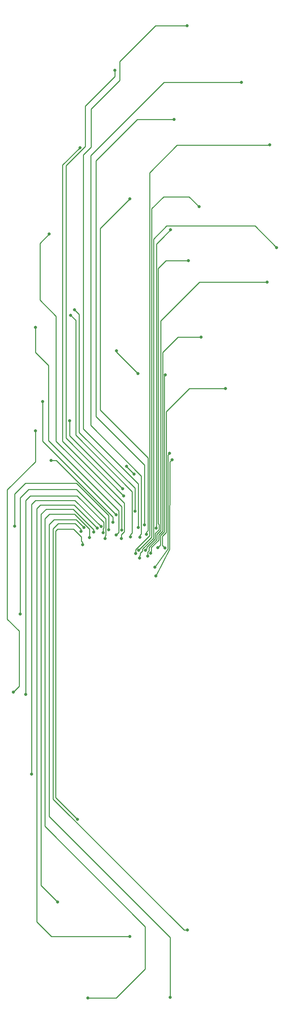
<source format=gbr>
G04 #@! TF.GenerationSoftware,KiCad,Pcbnew,(5.0.0)*
G04 #@! TF.CreationDate,2018-11-24T01:34:47+01:00*
G04 #@! TF.ProjectId,Insole_flex_32s,496E736F6C655F666C65785F3332732E,rev?*
G04 #@! TF.SameCoordinates,Original*
G04 #@! TF.FileFunction,Copper,L2,Bot,Signal*
G04 #@! TF.FilePolarity,Positive*
%FSLAX46Y46*%
G04 Gerber Fmt 4.6, Leading zero omitted, Abs format (unit mm)*
G04 Created by KiCad (PCBNEW (5.0.0)) date 11/24/18 01:34:47*
%MOMM*%
%LPD*%
G01*
G04 APERTURE LIST*
G04 #@! TA.AperFunction,ViaPad*
%ADD10C,0.800000*%
G04 #@! TD*
G04 #@! TA.AperFunction,Conductor*
%ADD11C,0.250000*%
G04 #@! TD*
G04 APERTURE END LIST*
D10*
G04 #@! TO.N,Net-(J1-Pad1)*
X47000000Y-231500000D03*
X48330000Y-159990000D03*
G04 #@! TO.N,Net-(J1-Pad2)*
X75600000Y-260300000D03*
X47900000Y-156600000D03*
G04 #@! TO.N,Net-(J1-Pad3)*
X71100000Y-277800000D03*
X48680000Y-155580000D03*
G04 #@! TO.N,Net-(J1-Pad4)*
X49700000Y-278000000D03*
X50120000Y-158190000D03*
G04 #@! TO.N,Net-(J1-Pad5)*
X41800000Y-253000000D03*
X51225000Y-156700000D03*
G04 #@! TO.N,Net-(J1-Pad6)*
X60600000Y-262000000D03*
X52100000Y-155700000D03*
G04 #@! TO.N,Net-(J1-Pad7)*
X35000000Y-219700000D03*
X53100000Y-155300000D03*
G04 #@! TO.N,Net-(J1-Pad8)*
X33500000Y-199000000D03*
X53625000Y-156900000D03*
G04 #@! TO.N,Net-(J1-Pad9)*
X32100000Y-178100000D03*
X54125000Y-158400000D03*
G04 #@! TO.N,Net-(J1-Pad10)*
X30600000Y-155200000D03*
X55100000Y-156100000D03*
G04 #@! TO.N,Net-(J1-Pad11)*
X40100000Y-138100000D03*
X56200000Y-154200000D03*
G04 #@! TO.N,Net-(J1-Pad12)*
X37900000Y-122800000D03*
X57000000Y-152200000D03*
G04 #@! TO.N,Net-(J1-Pad13)*
X36000000Y-103500000D03*
X57025153Y-157500153D03*
G04 #@! TO.N,Net-(J1-Pad14)*
X39600000Y-79200000D03*
X58450001Y-156200000D03*
G04 #@! TO.N,Net-(J1-Pad15)*
X47600000Y-56700000D03*
X58425153Y-158400153D03*
G04 #@! TO.N,Net-(J1-Pad16)*
X56700000Y-36600000D03*
X59020000Y-147320000D03*
G04 #@! TO.N,Net-(J1-Pad17)*
X30300000Y-198400000D03*
X36000000Y-130400000D03*
X44900000Y-127800000D03*
X58710000Y-145510000D03*
G04 #@! TO.N,Net-(J1-Pad18)*
X60725000Y-158000000D03*
X45200000Y-100300000D03*
G04 #@! TO.N,Net-(J1-Pad19)*
X46200000Y-98900000D03*
X61925000Y-151300000D03*
G04 #@! TO.N,Net-(J1-Pad20)*
X61710000Y-141620000D03*
X59780000Y-139590000D03*
G04 #@! TO.N,Net-(J1-Pad21)*
X75500000Y-25000000D03*
X62812653Y-155512653D03*
G04 #@! TO.N,Net-(J1-Pad22)*
X89600000Y-39700000D03*
X63225020Y-158100000D03*
G04 #@! TO.N,Net-(J1-Pad23)*
X64400000Y-154900000D03*
X72100000Y-49400000D03*
G04 #@! TO.N,Net-(J1-Pad24)*
X64925000Y-157300000D03*
X60600000Y-70000000D03*
G04 #@! TO.N,Net-(J1-Pad25)*
X62125153Y-162300153D03*
X97000000Y-56000000D03*
G04 #@! TO.N,Net-(J1-Pad26)*
X62912653Y-161512653D03*
X78600000Y-72100000D03*
G04 #@! TO.N,Net-(J1-Pad27)*
X63125000Y-163500000D03*
X98800000Y-82700000D03*
G04 #@! TO.N,Net-(J1-Pad28)*
X71200000Y-78100000D03*
X67475010Y-155700000D03*
G04 #@! TO.N,Net-(J1-Pad29)*
X64625000Y-161500000D03*
X75800000Y-86100000D03*
G04 #@! TO.N,Net-(J1-Pad30)*
X65280000Y-162960000D03*
X96280000Y-91690000D03*
G04 #@! TO.N,Net-(J1-Pad31)*
X66005000Y-162236654D03*
X79140000Y-106000000D03*
G04 #@! TO.N,Net-(J1-Pad32)*
X69835000Y-115810000D03*
X62700000Y-115470000D03*
X57130000Y-109600000D03*
X67910000Y-160780000D03*
G04 #@! TO.N,Net-(J1-Pad33)*
X85460000Y-119380000D03*
X69740000Y-160900000D03*
G04 #@! TO.N,Net-(J1-Pad34)*
X70960000Y-136280000D03*
X67110000Y-165840000D03*
G04 #@! TO.N,Net-(J1-Pad35)*
X71590000Y-137910000D03*
X67340000Y-168180000D03*
G04 #@! TD*
D11*
G04 #@! TO.N,Net-(J1-Pad1)*
X41300000Y-156500000D02*
X41300000Y-225800000D01*
X41300000Y-225800000D02*
X47000000Y-231500000D01*
X48000000Y-158034315D02*
X45965685Y-156000000D01*
X41800000Y-156000000D02*
X41300000Y-156500000D01*
X45965685Y-156000000D02*
X41800000Y-156000000D01*
X48000000Y-159094315D02*
X48000000Y-158034315D01*
X48330000Y-159424315D02*
X48000000Y-159094315D01*
X48330000Y-159990000D02*
X48330000Y-159424315D01*
G04 #@! TO.N,Net-(J1-Pad2)*
X74700000Y-260300000D02*
X75600000Y-260300000D01*
X40600000Y-155900000D02*
X40600000Y-226200000D01*
X40600000Y-226200000D02*
X74700000Y-260300000D01*
X47900000Y-156034315D02*
X46365685Y-154500000D01*
X47900000Y-156600000D02*
X47900000Y-156034315D01*
X42000000Y-154500000D02*
X40600000Y-155900000D01*
X46365685Y-154500000D02*
X42000000Y-154500000D01*
G04 #@! TO.N,Net-(J1-Pad3)*
X39600000Y-154800000D02*
X39600000Y-230700000D01*
X39600000Y-230700000D02*
X71100000Y-262200000D01*
X71100000Y-262200000D02*
X71100000Y-277800000D01*
X40900000Y-153500000D02*
X39600000Y-154800000D01*
X46600000Y-153500000D02*
X40900000Y-153500000D01*
X48680000Y-155580000D02*
X46600000Y-153500000D01*
G04 #@! TO.N,Net-(J1-Pad4)*
X57000000Y-278000000D02*
X49700000Y-278000000D01*
X64600000Y-270400000D02*
X57000000Y-278000000D01*
X64600000Y-259400000D02*
X64600000Y-270400000D01*
X38500000Y-153300000D02*
X38500000Y-233300000D01*
X38500000Y-233300000D02*
X64600000Y-259400000D01*
X39700000Y-152100000D02*
X38500000Y-153300000D01*
X46300000Y-152100000D02*
X39700000Y-152100000D01*
X46300000Y-152126998D02*
X46300000Y-152100000D01*
X50120000Y-155946998D02*
X46300000Y-152126998D01*
X50120000Y-158190000D02*
X50120000Y-155946998D01*
G04 #@! TO.N,Net-(J1-Pad5)*
X37500000Y-152100000D02*
X37500000Y-248700000D01*
X37500000Y-248700000D02*
X41800000Y-253000000D01*
X51225000Y-156134315D02*
X45890685Y-150800000D01*
X51225000Y-156700000D02*
X51225000Y-156134315D01*
X38800000Y-150800000D02*
X37500000Y-152100000D01*
X45890685Y-150800000D02*
X38800000Y-150800000D01*
G04 #@! TO.N,Net-(J1-Pad6)*
X36400000Y-150600000D02*
X36400000Y-258200000D01*
X36400000Y-258200000D02*
X40200000Y-262000000D01*
X40200000Y-262000000D02*
X60600000Y-262000000D01*
X52100000Y-155700000D02*
X46100000Y-149700000D01*
X37300000Y-149700000D02*
X36400000Y-150600000D01*
X46100000Y-149700000D02*
X37300000Y-149700000D01*
G04 #@! TO.N,Net-(J1-Pad7)*
X35000000Y-149500000D02*
X35000000Y-219700000D01*
X53100000Y-155300000D02*
X46300000Y-148500000D01*
X36000000Y-148500000D02*
X35000000Y-149500000D01*
X46300000Y-148500000D02*
X36000000Y-148500000D01*
G04 #@! TO.N,Net-(J1-Pad8)*
X33500000Y-148500000D02*
X33500000Y-199000000D01*
X53825001Y-155648001D02*
X53825001Y-154225001D01*
X53625000Y-156900000D02*
X53625000Y-155848002D01*
X53625000Y-155848002D02*
X53825001Y-155648001D01*
X53825001Y-154225001D02*
X46900000Y-147300000D01*
X34700000Y-147300000D02*
X33500000Y-148500000D01*
X46900000Y-147300000D02*
X34700000Y-147300000D01*
G04 #@! TO.N,Net-(J1-Pad9)*
X32100000Y-147800000D02*
X32100000Y-178100000D01*
X54350001Y-157609314D02*
X54350001Y-153250001D01*
X54125000Y-158400000D02*
X54125000Y-157834315D01*
X54125000Y-157834315D02*
X54350001Y-157609314D01*
X54350001Y-153250001D02*
X46700000Y-145600000D01*
X34300000Y-145600000D02*
X32100000Y-147800000D01*
X46700000Y-145600000D02*
X34300000Y-145600000D01*
G04 #@! TO.N,Net-(J1-Pad10)*
X30600000Y-146800000D02*
X30600000Y-155200000D01*
X55100000Y-156100000D02*
X55100000Y-152400000D01*
X55100000Y-152400000D02*
X46700000Y-144000000D01*
X33400000Y-144000000D02*
X30600000Y-146800000D01*
X46700000Y-144000000D02*
X33400000Y-144000000D01*
G04 #@! TO.N,Net-(J1-Pad11)*
X40665685Y-138100000D02*
X40100000Y-138100000D01*
X41436410Y-138100000D02*
X40665685Y-138100000D01*
X56200000Y-152863590D02*
X41436410Y-138100000D01*
X56200000Y-154200000D02*
X56200000Y-152863590D01*
G04 #@! TO.N,Net-(J1-Pad12)*
X37900000Y-133000000D02*
X37900000Y-122800000D01*
X37900000Y-133100000D02*
X37900000Y-133000000D01*
X57000000Y-152200000D02*
X37900000Y-133100000D01*
G04 #@! TO.N,Net-(J1-Pad13)*
X39400000Y-130800000D02*
X39400000Y-113400000D01*
X39400000Y-113400000D02*
X36000000Y-110000000D01*
X36000000Y-110000000D02*
X36000000Y-103500000D01*
X57725001Y-156800305D02*
X57725001Y-151225001D01*
X57025153Y-157500153D02*
X57725001Y-156800305D01*
X39400000Y-132900000D02*
X39400000Y-130800000D01*
X57725001Y-151225001D02*
X39400000Y-132900000D01*
G04 #@! TO.N,Net-(J1-Pad14)*
X41400000Y-129300000D02*
X41400000Y-114763590D01*
X41400000Y-114763590D02*
X41400000Y-100600000D01*
X41400000Y-100600000D02*
X37200000Y-96400000D01*
X37200000Y-96400000D02*
X37200000Y-81600000D01*
X37200000Y-81600000D02*
X39600000Y-79200000D01*
X58450001Y-156200000D02*
X58450001Y-150150001D01*
X41400000Y-133100000D02*
X41400000Y-129300000D01*
X58450001Y-150150001D02*
X41400000Y-133100000D01*
G04 #@! TO.N,Net-(J1-Pad15)*
X43100000Y-118763590D02*
X43100000Y-61200000D01*
X43100000Y-61200000D02*
X47600000Y-56700000D01*
X58425153Y-158400153D02*
X58425153Y-157374847D01*
X59175002Y-156624998D02*
X59175002Y-149175002D01*
X58425153Y-157374847D02*
X59175002Y-156624998D01*
X43100000Y-133100000D02*
X43100000Y-118763590D01*
X59175002Y-149175002D02*
X43100000Y-133100000D01*
G04 #@! TO.N,Net-(J1-Pad16)*
X50000000Y-44900000D02*
X56700000Y-38200000D01*
X56700000Y-38200000D02*
X56700000Y-36600000D01*
X44000000Y-61373002D02*
X48973002Y-56400000D01*
X44000000Y-132300000D02*
X44000000Y-61373002D01*
X48973002Y-45926998D02*
X50000000Y-44900000D01*
X48973002Y-56400000D02*
X48973002Y-45926998D01*
X59020000Y-147320000D02*
X44000000Y-132300000D01*
G04 #@! TO.N,Net-(J1-Pad17)*
X30300000Y-198400000D02*
X31800000Y-196900000D01*
X31800000Y-196900000D02*
X31800000Y-182500000D01*
X31800000Y-182500000D02*
X28700000Y-179400000D01*
X28700000Y-179400000D02*
X28700000Y-145700000D01*
X28700000Y-145700000D02*
X36000000Y-138400000D01*
X36000000Y-138400000D02*
X36000000Y-130400000D01*
X44900000Y-131700000D02*
X44900000Y-127800000D01*
X58710000Y-145510000D02*
X44900000Y-131700000D01*
G04 #@! TO.N,Net-(J1-Pad18)*
X60725000Y-157434315D02*
X61200000Y-156959315D01*
X60725000Y-158000000D02*
X60725000Y-157434315D01*
X61200000Y-156959315D02*
X61200000Y-146200000D01*
X61200000Y-146200000D02*
X46500000Y-131500000D01*
X46500000Y-101600000D02*
X45200000Y-100300000D01*
X46500000Y-131500000D02*
X46500000Y-101600000D01*
G04 #@! TO.N,Net-(J1-Pad19)*
X47400000Y-100100000D02*
X46200000Y-98900000D01*
X47400000Y-130800000D02*
X47400000Y-100100000D01*
X61925000Y-151300000D02*
X61925000Y-145325000D01*
X61925000Y-145325000D02*
X47400000Y-130800000D01*
G04 #@! TO.N,Net-(J1-Pad20)*
X61710000Y-141620000D02*
X59780000Y-139690000D01*
X59780000Y-139690000D02*
X59780000Y-139590000D01*
G04 #@! TO.N,Net-(J1-Pad21)*
X62812653Y-155512653D02*
X62812653Y-144212653D01*
X62812653Y-144212653D02*
X48500000Y-129900000D01*
X48500000Y-129900000D02*
X48500000Y-58600000D01*
X48500000Y-58600000D02*
X50500000Y-56600000D01*
X50500000Y-56600000D02*
X50500000Y-46700000D01*
X50500000Y-46700000D02*
X58000000Y-39200000D01*
X58000000Y-39200000D02*
X58000000Y-34300000D01*
X67300000Y-25000000D02*
X75500000Y-25000000D01*
X58000000Y-34300000D02*
X67300000Y-25000000D01*
G04 #@! TO.N,Net-(J1-Pad22)*
X54600000Y-54600000D02*
X69500000Y-39700000D01*
X69500000Y-39700000D02*
X89600000Y-39700000D01*
X50400000Y-58800000D02*
X54600000Y-54600000D01*
X50400000Y-129000000D02*
X50400000Y-58800000D01*
X63537654Y-142137654D02*
X50400000Y-129000000D01*
X63537654Y-157221681D02*
X63537654Y-142137654D01*
X63225020Y-158100000D02*
X63225020Y-157534315D01*
X63225020Y-157534315D02*
X63537654Y-157221681D01*
G04 #@! TO.N,Net-(J1-Pad23)*
X64400000Y-154900000D02*
X64400000Y-154334315D01*
X64400000Y-154334315D02*
X64400000Y-139300000D01*
X64400000Y-139300000D02*
X51800000Y-126700000D01*
X51800000Y-126700000D02*
X51800000Y-60100000D01*
X51800000Y-60100000D02*
X62500000Y-49400000D01*
X62500000Y-49400000D02*
X72100000Y-49400000D01*
G04 #@! TO.N,Net-(J1-Pad24)*
X64925000Y-156734315D02*
X65300000Y-156359315D01*
X64925000Y-157300000D02*
X64925000Y-156734315D01*
X65300000Y-156359315D02*
X65300000Y-137400000D01*
X65300000Y-137400000D02*
X52900000Y-125000000D01*
X52900000Y-125000000D02*
X52900000Y-77700000D01*
X52900000Y-77700000D02*
X60600000Y-70000000D01*
G04 #@! TO.N,Net-(J1-Pad25)*
X62125153Y-162300153D02*
X62125153Y-161274847D01*
X65750009Y-157649991D02*
X65750009Y-63249991D01*
X62125153Y-161274847D02*
X65750009Y-157649991D01*
X65750009Y-63249991D02*
X72900000Y-56100000D01*
X72900000Y-56100000D02*
X96900000Y-56100000D01*
X96900000Y-56100000D02*
X97000000Y-56000000D01*
G04 #@! TO.N,Net-(J1-Pad26)*
X76000000Y-69500000D02*
X78600000Y-72100000D01*
X69400000Y-69500000D02*
X76000000Y-69500000D01*
X66300000Y-72600000D02*
X69400000Y-69500000D01*
X62912653Y-161512653D02*
X66300000Y-158125306D01*
X66300000Y-158125306D02*
X66300000Y-72600000D01*
G04 #@! TO.N,Net-(J1-Pad27)*
X70200000Y-77100000D02*
X93200000Y-77100000D01*
X93200000Y-77100000D02*
X98800000Y-82700000D01*
X66750010Y-80549990D02*
X70200000Y-77100000D01*
X66750010Y-158311706D02*
X66750010Y-80549990D01*
X64100000Y-160961716D02*
X66750010Y-158311706D01*
X64100000Y-161000000D02*
X64100000Y-160961716D01*
X63125000Y-162934315D02*
X63300000Y-162759315D01*
X63300000Y-162759315D02*
X63300000Y-162198308D01*
X63300000Y-162198308D02*
X63900000Y-161598308D01*
X63900000Y-161598308D02*
X63900000Y-161200000D01*
X63125000Y-163500000D02*
X63125000Y-162934315D01*
X63900000Y-161200000D02*
X64100000Y-161000000D01*
G04 #@! TO.N,Net-(J1-Pad28)*
X67475010Y-155675010D02*
X67500000Y-155650020D01*
X67475010Y-155700000D02*
X67475010Y-155675010D01*
X67500000Y-81800000D02*
X69300000Y-80000000D01*
X67500000Y-155650020D02*
X67500000Y-81800000D01*
X69225000Y-80075000D02*
X69300000Y-80000000D01*
X69300000Y-80000000D02*
X71200000Y-78100000D01*
G04 #@! TO.N,Net-(J1-Pad29)*
X65024999Y-161100001D02*
X65024999Y-160673127D01*
X64625000Y-161500000D02*
X65024999Y-161100001D01*
X65024999Y-160673127D02*
X67200020Y-158498106D01*
X67200020Y-158498106D02*
X67200020Y-157099980D01*
X68200011Y-156099989D02*
X68200011Y-154800011D01*
X67200020Y-157099980D02*
X68200011Y-156099989D01*
X68200011Y-154800011D02*
X67950010Y-154550010D01*
X67950010Y-154550010D02*
X67950010Y-88149990D01*
X67950010Y-88149990D02*
X70000000Y-86100000D01*
X70000000Y-86100000D02*
X75800000Y-86100000D01*
G04 #@! TO.N,Net-(J1-Pad30)*
X65280000Y-161918002D02*
X65550000Y-161648002D01*
X65280000Y-162960000D02*
X65280000Y-161918002D01*
X65550000Y-161648002D02*
X65550000Y-160784536D01*
X67650030Y-158684506D02*
X67650030Y-157286380D01*
X65550000Y-160784536D02*
X67650030Y-158684506D01*
X68650021Y-156286389D02*
X68650021Y-154120021D01*
X67650030Y-157286380D02*
X68650021Y-156286389D01*
X68650021Y-154120021D02*
X68650000Y-154120000D01*
X68650000Y-154120000D02*
X68650000Y-101740000D01*
X68650000Y-101740000D02*
X78700000Y-91690000D01*
X78700000Y-91690000D02*
X96280000Y-91690000D01*
G04 #@! TO.N,Net-(J1-Pad31)*
X66005000Y-162236654D02*
X66005000Y-161935000D01*
X66005000Y-161935000D02*
X66220000Y-161720000D01*
X66220000Y-160750946D02*
X68100039Y-158870907D01*
X66220000Y-161720000D02*
X66220000Y-160750946D01*
X68100039Y-158870907D02*
X68100039Y-157472781D01*
X68100039Y-157472781D02*
X69110000Y-156462820D01*
X69110000Y-156462820D02*
X69110000Y-110010000D01*
X69110000Y-110010000D02*
X73120000Y-106000000D01*
X73120000Y-106000000D02*
X79140000Y-106000000D01*
G04 #@! TO.N,Net-(J1-Pad32)*
X62700000Y-115470000D02*
X57130000Y-109900000D01*
X57130000Y-109900000D02*
X57130000Y-109600000D01*
X69580000Y-116065000D02*
X69835000Y-115810000D01*
X69580000Y-156650000D02*
X69580000Y-116065000D01*
X68550048Y-157679952D02*
X69580000Y-156650000D01*
X67910000Y-160780000D02*
X68550048Y-160139952D01*
X68550048Y-160139952D02*
X68550048Y-157679952D01*
G04 #@! TO.N,Net-(J1-Pad33)*
X70050000Y-125400000D02*
X76070000Y-119380000D01*
X70050000Y-152380000D02*
X70050000Y-125400000D01*
X70040000Y-152390000D02*
X70050000Y-152380000D01*
X70040000Y-156850000D02*
X70040000Y-152390000D01*
X69020000Y-159625306D02*
X69020000Y-157870000D01*
X69020000Y-157870000D02*
X70040000Y-156850000D01*
X76070000Y-119380000D02*
X85460000Y-119380000D01*
X69020000Y-159625306D02*
X69020000Y-160180000D01*
X69020000Y-160180000D02*
X69740000Y-160900000D01*
G04 #@! TO.N,Net-(J1-Pad34)*
X70500010Y-136739990D02*
X70960000Y-136280000D01*
X70500010Y-152566400D02*
X70500010Y-136739990D01*
X70490010Y-152576400D02*
X70500010Y-152566400D01*
X70490010Y-161138189D02*
X70490010Y-152576400D01*
X67110000Y-165840000D02*
X70485510Y-161146827D01*
X70485510Y-161146827D02*
X70490010Y-161138189D01*
G04 #@! TO.N,Net-(J1-Pad35)*
X71020000Y-138480000D02*
X71590000Y-137910000D01*
X67340000Y-168160000D02*
X70960000Y-161210000D01*
X70960000Y-161210000D02*
X71020000Y-138480000D01*
G04 #@! TD*
M02*

</source>
